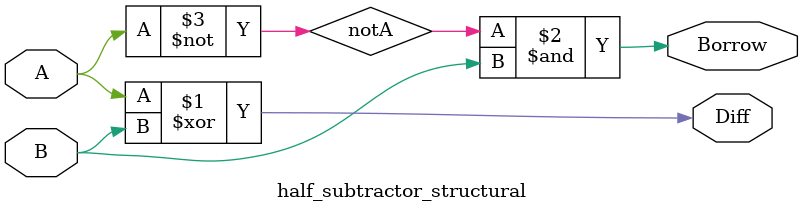
<source format=v>
module half_subtractor_structural(input A, input B, output Diff, output Borrow);
    wire notA;

    not (notA, A);
    xor (Diff, A, B);
    and (Borrow, notA, B);
endmodule

</source>
